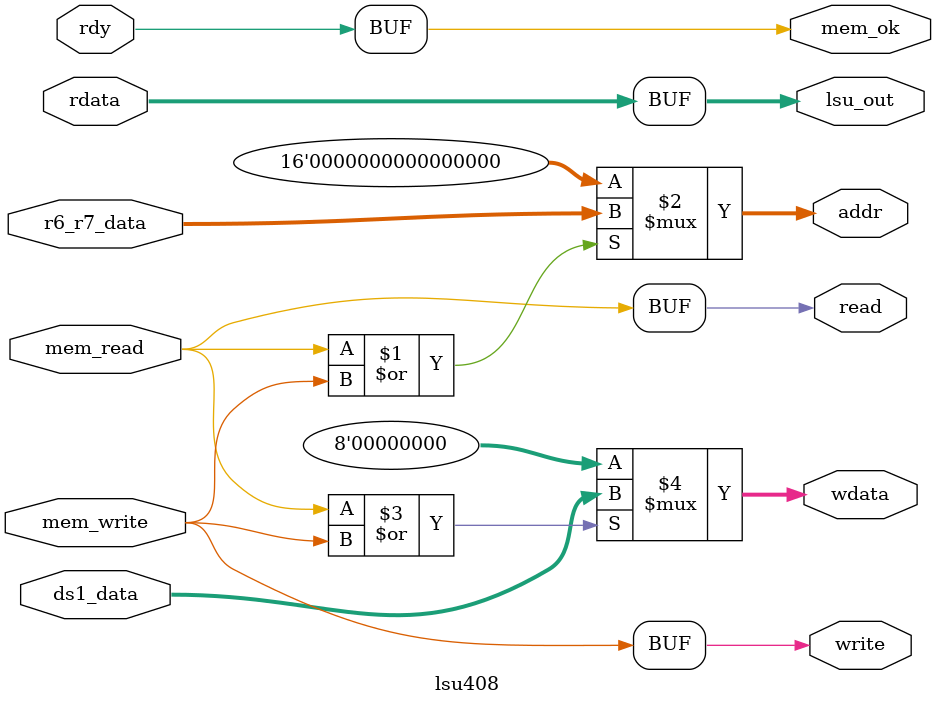
<source format=v>
module lsu408(
//CPU侧信号
input wire [15:0]r6_r7_data,	//R6 R7作为地址
input wire [7:0]ds1_data,
input wire mem_read,
input wire mem_write,
output wire mem_ok,
output wire [7:0]lsu_out,
//bus侧信号
output wire [15:0]addr,
output wire [7:0]wdata,
input wire [7:0]rdata,
output wire write,
output wire read,
input wire rdy
);

assign addr	=	(mem_read | mem_write) ? r6_r7_data : 16'b0;
assign wdata=	(mem_read | mem_write) ? ds1_data	: 8'b0;
assign write=	mem_write;
assign read	=	mem_read;


assign mem_ok	=	rdy;
assign lsu_out	=	rdata;

endmodule
</source>
